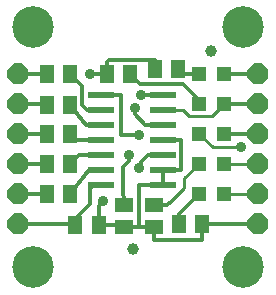
<source format=gbr>
G04 EAGLE Gerber RS-274X export*
G75*
%MOMM*%
%FSLAX34Y34*%
%LPD*%
%INTop Copper*%
%IPPOS*%
%AMOC8*
5,1,8,0,0,1.08239X$1,22.5*%
G01*
%ADD10R,2.200000X0.600000*%
%ADD11R,1.300000X1.500000*%
%ADD12R,1.200000X1.200000*%
%ADD13R,1.500000X1.300000*%
%ADD14P,1.924489X8X22.500000*%
%ADD15P,1.924489X8X202.500000*%
%ADD16C,1.000000*%
%ADD17C,3.516000*%
%ADD18R,1.300000X1.600000*%
%ADD19C,0.304800*%
%ADD20C,0.906400*%
%ADD21C,0.254000*%


D10*
X24730Y67310D03*
X-27270Y67310D03*
X24730Y54610D03*
X24730Y80010D03*
X24730Y92710D03*
X-27270Y54610D03*
X-27270Y80010D03*
X-27270Y92710D03*
X24730Y118110D03*
X-27270Y118110D03*
X24730Y105410D03*
X24730Y130810D03*
X-27270Y105410D03*
X-27270Y130810D03*
D11*
X-73000Y46990D03*
X-54000Y46990D03*
X-73000Y72390D03*
X-54000Y72390D03*
X-73000Y97790D03*
X-54000Y97790D03*
X-73000Y121920D03*
X-54000Y121920D03*
X-73000Y148590D03*
X-54000Y148590D03*
D12*
X76540Y46990D03*
X55540Y46990D03*
X76540Y72390D03*
X55540Y72390D03*
X76540Y97790D03*
X55540Y97790D03*
X76540Y123190D03*
X55540Y123190D03*
X76540Y148590D03*
X55540Y148590D03*
D11*
X38760Y21590D03*
X57760Y21590D03*
D13*
X17780Y37440D03*
X17780Y18440D03*
X-7620Y37440D03*
X-7620Y18440D03*
D11*
X-3200Y148590D03*
X-22200Y148590D03*
X37440Y152400D03*
X18440Y152400D03*
D14*
X-97790Y148590D03*
X-97790Y123190D03*
X-97790Y97790D03*
X-97790Y72390D03*
X-97790Y46990D03*
X-97790Y21590D03*
D15*
X105410Y21590D03*
X105410Y46990D03*
X105410Y72390D03*
X105410Y97790D03*
X105410Y123190D03*
X105410Y148590D03*
D16*
X66040Y167640D03*
X0Y0D03*
D17*
X-85090Y187960D03*
X92710Y187960D03*
X-85090Y-15240D03*
X92710Y-15240D03*
D18*
X-29370Y20320D03*
X-49370Y20320D03*
D19*
X24730Y54610D02*
X24730Y67310D01*
X40640Y67310D01*
X40640Y92710D01*
X24730Y92710D01*
X18440Y152400D02*
X18440Y160020D01*
X-20320Y160020D01*
D20*
X-36830Y148590D03*
D19*
X-22200Y148590D01*
X-22200Y158140D02*
X-20320Y160020D01*
X-22200Y158140D02*
X-22200Y148590D01*
D20*
X-25400Y40640D03*
D19*
X57760Y21590D02*
X105410Y21590D01*
X57760Y21590D02*
X57760Y7620D01*
X17780Y7620D01*
X17780Y18440D01*
X5080Y18440D02*
X-7620Y18440D01*
X5080Y18440D02*
X17780Y18440D01*
X24730Y54610D02*
X5080Y54610D01*
X5080Y18440D01*
X-7620Y18440D02*
X-9500Y20320D01*
X-29370Y20320D01*
X-29370Y36670D02*
X-25400Y40640D01*
X-29370Y36670D02*
X-29370Y20320D01*
X-27270Y54610D02*
X-25400Y54610D01*
X-49370Y21590D02*
X-97790Y21590D01*
X-36830Y38100D02*
X-36830Y50800D01*
X-33020Y54610D01*
X-27270Y54610D01*
X-49370Y21590D02*
X-49370Y20320D01*
X-48260Y26670D02*
X-36830Y38100D01*
X-48260Y26670D02*
X-48260Y21430D01*
X-49370Y20320D01*
X-37490Y67310D02*
X-27270Y67310D01*
X-37490Y67310D02*
X-54000Y46990D01*
X-46380Y80010D02*
X-27270Y80010D01*
X-46380Y80010D02*
X-54000Y72390D01*
X-48920Y92710D02*
X-54000Y97790D01*
X-48920Y92710D02*
X-27270Y92710D01*
X-27270Y105410D02*
X-40030Y105410D01*
X-54000Y121920D01*
X-39370Y118110D02*
X-27270Y118110D01*
X-39370Y118110D02*
X-43180Y121920D01*
X-43180Y137770D01*
X-54000Y148590D01*
X12700Y80010D02*
X24730Y80010D01*
X12700Y80010D02*
X6350Y73660D01*
X6350Y69850D01*
X5080Y68580D01*
D20*
X5080Y68580D03*
D21*
X76540Y46990D02*
X105410Y46990D01*
D19*
X-10160Y130810D02*
X-27270Y130810D01*
X-10160Y130810D02*
X-10160Y96520D01*
X5080Y96520D01*
D20*
X5080Y96520D03*
D21*
X76540Y72390D02*
X105410Y72390D01*
D19*
X24730Y130810D02*
X6350Y130810D01*
D20*
X6350Y130810D03*
D19*
X76540Y97790D02*
X105410Y97790D01*
X105410Y123190D02*
X76540Y123190D01*
D21*
X66380Y113030D01*
X46990Y113030D01*
X41910Y118110D01*
X24730Y118110D01*
D20*
X1270Y119380D03*
D19*
X10160Y105410D02*
X24730Y105410D01*
X10160Y105410D02*
X1270Y114300D01*
X1270Y119380D01*
X76540Y148590D02*
X105410Y148590D01*
X55540Y46990D02*
X38760Y30210D01*
X38760Y21590D01*
D21*
X43180Y60030D02*
X55540Y72390D01*
X43180Y60030D02*
X43180Y52070D01*
X30480Y39370D01*
D19*
X28550Y37440D01*
X17780Y37440D01*
D20*
X-3810Y80010D03*
D19*
X-3810Y74930D01*
D20*
X91440Y86360D03*
D21*
X66970Y86360D01*
X55540Y97790D01*
D19*
X-3810Y74930D02*
X-8890Y69850D01*
X-8890Y45720D01*
X-7620Y44450D01*
X-7620Y37440D01*
X5690Y139700D02*
X-3200Y148590D01*
X5690Y139700D02*
X41910Y139700D01*
X55540Y126070D01*
X55540Y123190D01*
X41250Y148590D02*
X37440Y152400D01*
X41250Y148590D02*
X55540Y148590D01*
X-73000Y46990D02*
X-97790Y46990D01*
X-97790Y72390D02*
X-73000Y72390D01*
X-73000Y97790D02*
X-97790Y97790D01*
X-97790Y123190D02*
X-74270Y123190D01*
X-73000Y121920D01*
X-73000Y148590D02*
X-97790Y148590D01*
M02*

</source>
